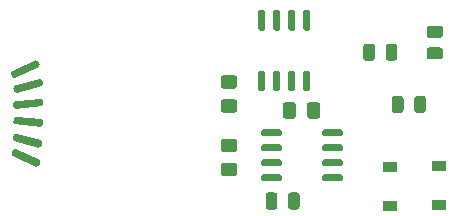
<source format=gbr>
G04 #@! TF.GenerationSoftware,KiCad,Pcbnew,(5.1.7)-1*
G04 #@! TF.CreationDate,2021-02-01T17:00:47-08:00*
G04 #@! TF.ProjectId,Conductivity_Sensor_v2,436f6e64-7563-4746-9976-6974795f5365,rev?*
G04 #@! TF.SameCoordinates,Original*
G04 #@! TF.FileFunction,Paste,Top*
G04 #@! TF.FilePolarity,Positive*
%FSLAX46Y46*%
G04 Gerber Fmt 4.6, Leading zero omitted, Abs format (unit mm)*
G04 Created by KiCad (PCBNEW (5.1.7)-1) date 2021-02-01 17:00:47*
%MOMM*%
%LPD*%
G01*
G04 APERTURE LIST*
%ADD10R,1.200000X0.900000*%
G04 APERTURE END LIST*
G36*
G01*
X138499001Y-53917900D02*
X137598999Y-53917900D01*
G75*
G02*
X137349000Y-53667901I0J249999D01*
G01*
X137349000Y-53142899D01*
G75*
G02*
X137598999Y-52892900I249999J0D01*
G01*
X138499001Y-52892900D01*
G75*
G02*
X138749000Y-53142899I0J-249999D01*
G01*
X138749000Y-53667901D01*
G75*
G02*
X138499001Y-53917900I-249999J0D01*
G01*
G37*
G36*
G01*
X138499001Y-55742900D02*
X137598999Y-55742900D01*
G75*
G02*
X137349000Y-55492901I0J249999D01*
G01*
X137349000Y-54967899D01*
G75*
G02*
X137598999Y-54717900I249999J0D01*
G01*
X138499001Y-54717900D01*
G75*
G02*
X138749000Y-54967899I0J-249999D01*
G01*
X138749000Y-55492901D01*
G75*
G02*
X138499001Y-55742900I-249999J0D01*
G01*
G37*
G36*
G01*
X136304400Y-60025300D02*
X136304400Y-59075300D01*
G75*
G02*
X136554400Y-58825300I250000J0D01*
G01*
X137054400Y-58825300D01*
G75*
G02*
X137304400Y-59075300I0J-250000D01*
G01*
X137304400Y-60025300D01*
G75*
G02*
X137054400Y-60275300I-250000J0D01*
G01*
X136554400Y-60275300D01*
G75*
G02*
X136304400Y-60025300I0J250000D01*
G01*
G37*
G36*
G01*
X134404400Y-60025300D02*
X134404400Y-59075300D01*
G75*
G02*
X134654400Y-58825300I250000J0D01*
G01*
X135154400Y-58825300D01*
G75*
G02*
X135404400Y-59075300I0J-250000D01*
G01*
X135404400Y-60025300D01*
G75*
G02*
X135154400Y-60275300I-250000J0D01*
G01*
X134654400Y-60275300D01*
G75*
G02*
X134404400Y-60025300I0J250000D01*
G01*
G37*
G36*
G01*
X124721200Y-67254100D02*
X124721200Y-68204100D01*
G75*
G02*
X124471200Y-68454100I-250000J0D01*
G01*
X123971200Y-68454100D01*
G75*
G02*
X123721200Y-68204100I0J250000D01*
G01*
X123721200Y-67254100D01*
G75*
G02*
X123971200Y-67004100I250000J0D01*
G01*
X124471200Y-67004100D01*
G75*
G02*
X124721200Y-67254100I0J-250000D01*
G01*
G37*
G36*
G01*
X126621200Y-67254100D02*
X126621200Y-68204100D01*
G75*
G02*
X126371200Y-68454100I-250000J0D01*
G01*
X125871200Y-68454100D01*
G75*
G02*
X125621200Y-68204100I0J250000D01*
G01*
X125621200Y-67254100D01*
G75*
G02*
X125871200Y-67004100I250000J0D01*
G01*
X126371200Y-67004100D01*
G75*
G02*
X126621200Y-67254100I0J-250000D01*
G01*
G37*
G36*
G01*
X133886400Y-55605700D02*
X133886400Y-54655700D01*
G75*
G02*
X134136400Y-54405700I250000J0D01*
G01*
X134636400Y-54405700D01*
G75*
G02*
X134886400Y-54655700I0J-250000D01*
G01*
X134886400Y-55605700D01*
G75*
G02*
X134636400Y-55855700I-250000J0D01*
G01*
X134136400Y-55855700D01*
G75*
G02*
X133886400Y-55605700I0J250000D01*
G01*
G37*
G36*
G01*
X131986400Y-55605700D02*
X131986400Y-54655700D01*
G75*
G02*
X132236400Y-54405700I250000J0D01*
G01*
X132736400Y-54405700D01*
G75*
G02*
X132986400Y-54655700I0J-250000D01*
G01*
X132986400Y-55605700D01*
G75*
G02*
X132736400Y-55855700I-250000J0D01*
G01*
X132236400Y-55855700D01*
G75*
G02*
X131986400Y-55605700I0J250000D01*
G01*
G37*
G36*
G01*
X104314453Y-64828887D02*
X102300184Y-63889618D01*
G75*
G02*
X102223399Y-63678651I67091J143876D01*
G01*
X102357580Y-63390898D01*
G75*
G02*
X102568547Y-63314113I143876J-67091D01*
G01*
X104582816Y-64253382D01*
G75*
G02*
X104659601Y-64464349I-67091J-143876D01*
G01*
X104525420Y-64752102D01*
G75*
G02*
X104314453Y-64828887I-143876J67091D01*
G01*
G37*
G36*
G01*
X104559710Y-63205294D02*
X102412939Y-62630069D01*
G75*
G02*
X102300686Y-62435640I41088J153341D01*
G01*
X102382861Y-62128959D01*
G75*
G02*
X102577290Y-62016706I153341J-41088D01*
G01*
X104724061Y-62591931D01*
G75*
G02*
X104836314Y-62786360I-41088J-153341D01*
G01*
X104754139Y-63093041D01*
G75*
G02*
X104559710Y-63205294I-153341J41088D01*
G01*
G37*
G36*
G01*
X104787561Y-57994569D02*
X102640790Y-58569794D01*
G75*
G02*
X102446361Y-58457541I-41088J153341D01*
G01*
X102364186Y-58150860D01*
G75*
G02*
X102476439Y-57956431I153341J41088D01*
G01*
X104623210Y-57381206D01*
G75*
G02*
X104817639Y-57493459I41088J-153341D01*
G01*
X104899814Y-57800140D01*
G75*
G02*
X104787561Y-57994569I-153341J-41088D01*
G01*
G37*
G36*
G01*
X104519316Y-56396618D02*
X102505047Y-57335887D01*
G75*
G02*
X102294080Y-57259102I-67091J143876D01*
G01*
X102159899Y-56971349D01*
G75*
G02*
X102236684Y-56760382I143876J67091D01*
G01*
X104250953Y-55821113D01*
G75*
G02*
X104461920Y-55897898I67091J-143876D01*
G01*
X104596101Y-56185651D01*
G75*
G02*
X104519316Y-56396618I-143876J-67091D01*
G01*
G37*
G36*
G01*
X104766693Y-59718940D02*
X102552651Y-59912644D01*
G75*
G02*
X102380669Y-59768334I-13836J158146D01*
G01*
X102352997Y-59452042D01*
G75*
G02*
X102497307Y-59280060I158146J13836D01*
G01*
X104711349Y-59086356D01*
G75*
G02*
X104883331Y-59230666I13836J-158146D01*
G01*
X104911003Y-59546958D01*
G75*
G02*
X104766693Y-59718940I-158146J-13836D01*
G01*
G37*
G36*
G01*
X104711349Y-61436644D02*
X102497307Y-61242940D01*
G75*
G02*
X102352997Y-61070958I13836J158146D01*
G01*
X102380669Y-60754666D01*
G75*
G02*
X102552651Y-60610356I158146J-13836D01*
G01*
X104766693Y-60804060D01*
G75*
G02*
X104911003Y-60976042I-13836J-158146D01*
G01*
X104883331Y-61292334D01*
G75*
G02*
X104711349Y-61436644I-158146J13836D01*
G01*
G37*
D10*
X134289800Y-64809100D03*
X134289800Y-68109100D03*
X138430000Y-64757300D03*
X138430000Y-68057300D03*
G36*
G01*
X120174599Y-59111300D02*
X121074601Y-59111300D01*
G75*
G02*
X121324600Y-59361299I0J-249999D01*
G01*
X121324600Y-60011301D01*
G75*
G02*
X121074601Y-60261300I-249999J0D01*
G01*
X120174599Y-60261300D01*
G75*
G02*
X119924600Y-60011301I0J249999D01*
G01*
X119924600Y-59361299D01*
G75*
G02*
X120174599Y-59111300I249999J0D01*
G01*
G37*
G36*
G01*
X120174150Y-57061300D02*
X121075050Y-57061300D01*
G75*
G02*
X121324600Y-57310850I0J-249550D01*
G01*
X121324600Y-57961750D01*
G75*
G02*
X121075050Y-58211300I-249550J0D01*
G01*
X120174150Y-58211300D01*
G75*
G02*
X119924600Y-57961750I0J249550D01*
G01*
X119924600Y-57310850D01*
G75*
G02*
X120174150Y-57061300I249550J0D01*
G01*
G37*
G36*
G01*
X120174599Y-62446100D02*
X121074601Y-62446100D01*
G75*
G02*
X121324600Y-62696099I0J-249999D01*
G01*
X121324600Y-63346101D01*
G75*
G02*
X121074601Y-63596100I-249999J0D01*
G01*
X120174599Y-63596100D01*
G75*
G02*
X119924600Y-63346101I0J249999D01*
G01*
X119924600Y-62696099D01*
G75*
G02*
X120174599Y-62446100I249999J0D01*
G01*
G37*
G36*
G01*
X120174599Y-64496100D02*
X121074601Y-64496100D01*
G75*
G02*
X121324600Y-64746099I0J-249999D01*
G01*
X121324600Y-65396101D01*
G75*
G02*
X121074601Y-65646100I-249999J0D01*
G01*
X120174599Y-65646100D01*
G75*
G02*
X119924600Y-65396101I0J249999D01*
G01*
X119924600Y-64746099D01*
G75*
G02*
X120174599Y-64496100I249999J0D01*
G01*
G37*
G36*
G01*
X125162400Y-60508301D02*
X125162400Y-59608299D01*
G75*
G02*
X125412399Y-59358300I249999J0D01*
G01*
X126062401Y-59358300D01*
G75*
G02*
X126312400Y-59608299I0J-249999D01*
G01*
X126312400Y-60508301D01*
G75*
G02*
X126062401Y-60758300I-249999J0D01*
G01*
X125412399Y-60758300D01*
G75*
G02*
X125162400Y-60508301I0J249999D01*
G01*
G37*
G36*
G01*
X127212400Y-60508301D02*
X127212400Y-59608299D01*
G75*
G02*
X127462399Y-59358300I249999J0D01*
G01*
X128112401Y-59358300D01*
G75*
G02*
X128362400Y-59608299I0J-249999D01*
G01*
X128362400Y-60508301D01*
G75*
G02*
X128112401Y-60758300I-249999J0D01*
G01*
X127462399Y-60758300D01*
G75*
G02*
X127212400Y-60508301I0J249999D01*
G01*
G37*
G36*
G01*
X127053200Y-56703700D02*
X127353200Y-56703700D01*
G75*
G02*
X127503200Y-56853700I0J-150000D01*
G01*
X127503200Y-58303700D01*
G75*
G02*
X127353200Y-58453700I-150000J0D01*
G01*
X127053200Y-58453700D01*
G75*
G02*
X126903200Y-58303700I0J150000D01*
G01*
X126903200Y-56853700D01*
G75*
G02*
X127053200Y-56703700I150000J0D01*
G01*
G37*
G36*
G01*
X125783200Y-56703700D02*
X126083200Y-56703700D01*
G75*
G02*
X126233200Y-56853700I0J-150000D01*
G01*
X126233200Y-58303700D01*
G75*
G02*
X126083200Y-58453700I-150000J0D01*
G01*
X125783200Y-58453700D01*
G75*
G02*
X125633200Y-58303700I0J150000D01*
G01*
X125633200Y-56853700D01*
G75*
G02*
X125783200Y-56703700I150000J0D01*
G01*
G37*
G36*
G01*
X124513200Y-56703700D02*
X124813200Y-56703700D01*
G75*
G02*
X124963200Y-56853700I0J-150000D01*
G01*
X124963200Y-58303700D01*
G75*
G02*
X124813200Y-58453700I-150000J0D01*
G01*
X124513200Y-58453700D01*
G75*
G02*
X124363200Y-58303700I0J150000D01*
G01*
X124363200Y-56853700D01*
G75*
G02*
X124513200Y-56703700I150000J0D01*
G01*
G37*
G36*
G01*
X123243200Y-56703700D02*
X123543200Y-56703700D01*
G75*
G02*
X123693200Y-56853700I0J-150000D01*
G01*
X123693200Y-58303700D01*
G75*
G02*
X123543200Y-58453700I-150000J0D01*
G01*
X123243200Y-58453700D01*
G75*
G02*
X123093200Y-58303700I0J150000D01*
G01*
X123093200Y-56853700D01*
G75*
G02*
X123243200Y-56703700I150000J0D01*
G01*
G37*
G36*
G01*
X123243200Y-51553700D02*
X123543200Y-51553700D01*
G75*
G02*
X123693200Y-51703700I0J-150000D01*
G01*
X123693200Y-53153700D01*
G75*
G02*
X123543200Y-53303700I-150000J0D01*
G01*
X123243200Y-53303700D01*
G75*
G02*
X123093200Y-53153700I0J150000D01*
G01*
X123093200Y-51703700D01*
G75*
G02*
X123243200Y-51553700I150000J0D01*
G01*
G37*
G36*
G01*
X124513200Y-51553700D02*
X124813200Y-51553700D01*
G75*
G02*
X124963200Y-51703700I0J-150000D01*
G01*
X124963200Y-53153700D01*
G75*
G02*
X124813200Y-53303700I-150000J0D01*
G01*
X124513200Y-53303700D01*
G75*
G02*
X124363200Y-53153700I0J150000D01*
G01*
X124363200Y-51703700D01*
G75*
G02*
X124513200Y-51553700I150000J0D01*
G01*
G37*
G36*
G01*
X125783200Y-51553700D02*
X126083200Y-51553700D01*
G75*
G02*
X126233200Y-51703700I0J-150000D01*
G01*
X126233200Y-53153700D01*
G75*
G02*
X126083200Y-53303700I-150000J0D01*
G01*
X125783200Y-53303700D01*
G75*
G02*
X125633200Y-53153700I0J150000D01*
G01*
X125633200Y-51703700D01*
G75*
G02*
X125783200Y-51553700I150000J0D01*
G01*
G37*
G36*
G01*
X127053200Y-51553700D02*
X127353200Y-51553700D01*
G75*
G02*
X127503200Y-51703700I0J-150000D01*
G01*
X127503200Y-53153700D01*
G75*
G02*
X127353200Y-53303700I-150000J0D01*
G01*
X127053200Y-53303700D01*
G75*
G02*
X126903200Y-53153700I0J150000D01*
G01*
X126903200Y-51703700D01*
G75*
G02*
X127053200Y-51553700I150000J0D01*
G01*
G37*
G36*
G01*
X128496800Y-62113300D02*
X128496800Y-61813300D01*
G75*
G02*
X128646800Y-61663300I150000J0D01*
G01*
X130096800Y-61663300D01*
G75*
G02*
X130246800Y-61813300I0J-150000D01*
G01*
X130246800Y-62113300D01*
G75*
G02*
X130096800Y-62263300I-150000J0D01*
G01*
X128646800Y-62263300D01*
G75*
G02*
X128496800Y-62113300I0J150000D01*
G01*
G37*
G36*
G01*
X128496800Y-63383300D02*
X128496800Y-63083300D01*
G75*
G02*
X128646800Y-62933300I150000J0D01*
G01*
X130096800Y-62933300D01*
G75*
G02*
X130246800Y-63083300I0J-150000D01*
G01*
X130246800Y-63383300D01*
G75*
G02*
X130096800Y-63533300I-150000J0D01*
G01*
X128646800Y-63533300D01*
G75*
G02*
X128496800Y-63383300I0J150000D01*
G01*
G37*
G36*
G01*
X128496800Y-64653300D02*
X128496800Y-64353300D01*
G75*
G02*
X128646800Y-64203300I150000J0D01*
G01*
X130096800Y-64203300D01*
G75*
G02*
X130246800Y-64353300I0J-150000D01*
G01*
X130246800Y-64653300D01*
G75*
G02*
X130096800Y-64803300I-150000J0D01*
G01*
X128646800Y-64803300D01*
G75*
G02*
X128496800Y-64653300I0J150000D01*
G01*
G37*
G36*
G01*
X128496800Y-65923300D02*
X128496800Y-65623300D01*
G75*
G02*
X128646800Y-65473300I150000J0D01*
G01*
X130096800Y-65473300D01*
G75*
G02*
X130246800Y-65623300I0J-150000D01*
G01*
X130246800Y-65923300D01*
G75*
G02*
X130096800Y-66073300I-150000J0D01*
G01*
X128646800Y-66073300D01*
G75*
G02*
X128496800Y-65923300I0J150000D01*
G01*
G37*
G36*
G01*
X123346800Y-65923300D02*
X123346800Y-65623300D01*
G75*
G02*
X123496800Y-65473300I150000J0D01*
G01*
X124946800Y-65473300D01*
G75*
G02*
X125096800Y-65623300I0J-150000D01*
G01*
X125096800Y-65923300D01*
G75*
G02*
X124946800Y-66073300I-150000J0D01*
G01*
X123496800Y-66073300D01*
G75*
G02*
X123346800Y-65923300I0J150000D01*
G01*
G37*
G36*
G01*
X123346800Y-64653300D02*
X123346800Y-64353300D01*
G75*
G02*
X123496800Y-64203300I150000J0D01*
G01*
X124946800Y-64203300D01*
G75*
G02*
X125096800Y-64353300I0J-150000D01*
G01*
X125096800Y-64653300D01*
G75*
G02*
X124946800Y-64803300I-150000J0D01*
G01*
X123496800Y-64803300D01*
G75*
G02*
X123346800Y-64653300I0J150000D01*
G01*
G37*
G36*
G01*
X123346800Y-63383300D02*
X123346800Y-63083300D01*
G75*
G02*
X123496800Y-62933300I150000J0D01*
G01*
X124946800Y-62933300D01*
G75*
G02*
X125096800Y-63083300I0J-150000D01*
G01*
X125096800Y-63383300D01*
G75*
G02*
X124946800Y-63533300I-150000J0D01*
G01*
X123496800Y-63533300D01*
G75*
G02*
X123346800Y-63383300I0J150000D01*
G01*
G37*
G36*
G01*
X123346800Y-62113300D02*
X123346800Y-61813300D01*
G75*
G02*
X123496800Y-61663300I150000J0D01*
G01*
X124946800Y-61663300D01*
G75*
G02*
X125096800Y-61813300I0J-150000D01*
G01*
X125096800Y-62113300D01*
G75*
G02*
X124946800Y-62263300I-150000J0D01*
G01*
X123496800Y-62263300D01*
G75*
G02*
X123346800Y-62113300I0J150000D01*
G01*
G37*
M02*

</source>
